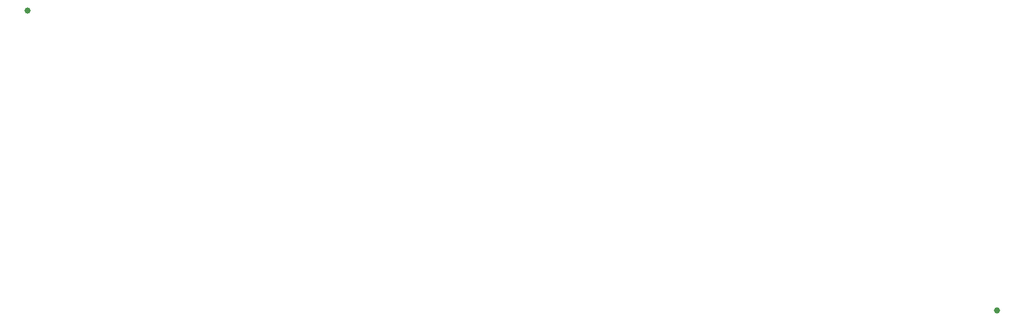
<source format=gtp>
G04 Layer_Color=8421504*
%FSLAX25Y25*%
%MOIN*%
G70*
G01*
G75*
%ADD11C,0.03937*%
D11*
X305118Y31496D02*
D03*
X-305118Y220472D02*
D03*
M02*

</source>
